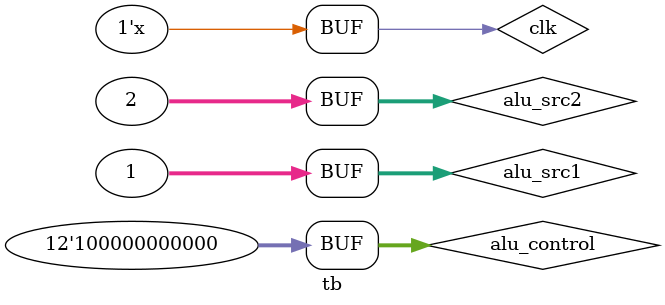
<source format=v>
`timescale 1ns / 1ps


module tb;

    // Inputs
    reg clk;
    reg [11:0] alu_control;
    reg [31:0] alu_src1;
    reg [31:0] alu_src2;

    // Outputs
    wire [31:0] alu_result;

    // Instantiate the Unit Under Test (UUT)
alu al(
    .alu_control(alu_control), 
    .alu_src1(alu_src1), 
    .alu_src2(alu_src2),
    .alu_result(alu_result) 
    );

    initial begin
        $dumpfile("tb.vcd");
        $dumpvars(0, tb);

        // Initialize Inputs
        clk = 0;
        alu_control = 12'b100000000000;
        alu_src1 = 32'h00000001;
		alu_src2 = 32'h00000002;

        // Wait 100 ns for global reset to finish
        #100;
        // alu_control = 12'b100000000000;
        // #400;
        // alu_control = 12'b0000_0000_0010;
        // #500;
        // alu_control = 12'b0000_0000_0100;
        // #400;
        // alu_control = 12'b0000_0000_1000;
        // #500;
        // alu_control = 12'b0000_0001_0000;
        // #400;
        // alu_control = 12'b0000_0010_0000;
        // #500;
        // alu_control = 12'b0000_0100_0000;
        // #400;
        // alu_control = 12'b0000_1000_0000;
		// #400;
        // alu_control = 12'b0001_0000_0000;
		// #400;
        // alu_control = 12'b0010_0000_0000;
		// #400;
        // alu_control = 12'b0100_0000_0000;
		#200;
        // alu_control = 12'b1000_0000_0000;
        // Add stimulus here
    end
   always #5 clk = ~clk;
endmodule


</source>
